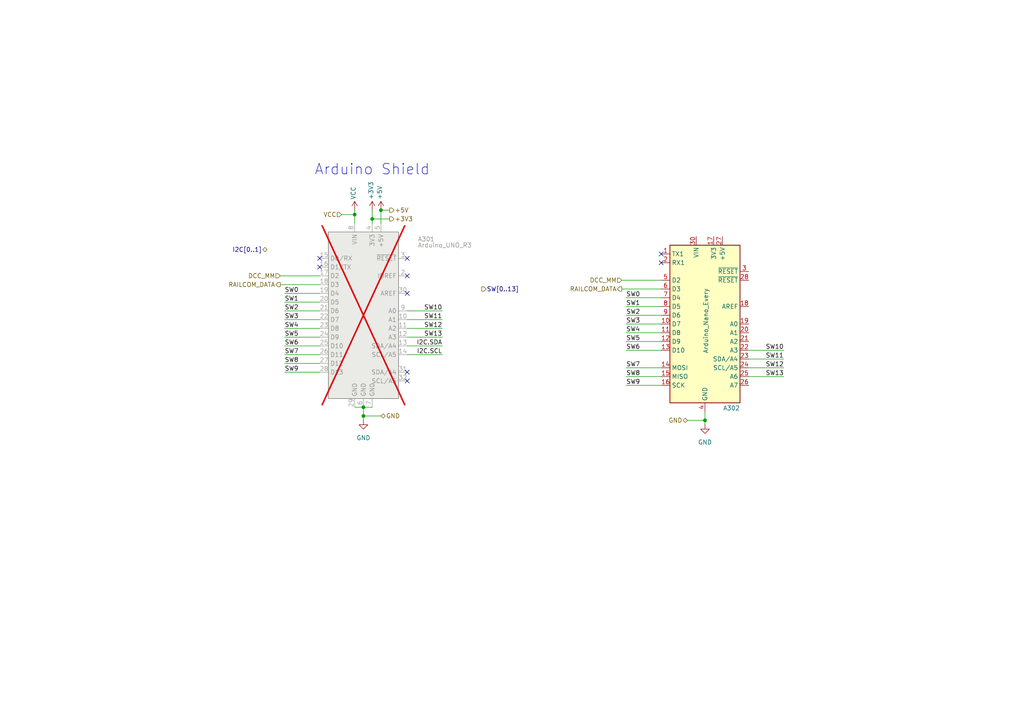
<source format=kicad_sch>
(kicad_sch (version 20231120) (generator "eeschema") (generator_version "7.99")
  (paper "A4")
  (lib_symbols
    (symbol "MCU_Module:Arduino_Nano_Every"
      (property "Reference" "A" (at -10.16 23.495 0))
      (property "Value" "Arduino_Nano_Every" (at 5.08 -24.13 0))
      (symbol "Arduino_Nano_Every_0_1"
        (rectangle (start -10.16 22.86) (end 10.16 -22.86) (stroke (width 0.254)) (fill (type background)))
      )
      (symbol "Arduino_Nano_Every_1_1"
        (pin bidirectional line (at -12.7 20.32 0) (length 2.54) (name "TX1") (number "1"))
        (pin bidirectional line (at -12.7 0 0) (length 2.54) (name "D7") (number "10"))
        (pin bidirectional line (at -12.7 -2.54 0) (length 2.54) (name "D8") (number "11"))
        (pin bidirectional line (at -12.7 -5.08 0) (length 2.54) (name "D9") (number "12"))
        (pin bidirectional line (at -12.7 -7.62 0) (length 2.54) (name "D10") (number "13"))
        (pin bidirectional line (at -12.7 -12.7 0) (length 2.54) (name "MOSI") (number "14"))
        (pin bidirectional line (at -12.7 -15.24 0) (length 2.54) (name "MISO") (number "15"))
        (pin bidirectional line (at -12.7 -17.78 0) (length 2.54) (name "SCK") (number "16"))
        (pin power_out line (at 2.54 25.4 270) (length 2.54) (name "3V3") (number "17"))
        (pin input line (at 12.7 5.08 180) (length 2.54) (name "AREF") (number "18"))
        (pin bidirectional line (at 12.7 0 180) (length 2.54) (name "A0") (number "19"))
        (pin bidirectional line (at -12.7 17.78 0) (length 2.54) (name "RX1") (number "2"))
        (pin bidirectional line (at 12.7 -2.54 180) (length 2.54) (name "A1") (number "20"))
        (pin bidirectional line (at 12.7 -5.08 180) (length 2.54) (name "A2") (number "21"))
        (pin bidirectional line (at 12.7 -7.62 180) (length 2.54) (name "A3") (number "22"))
        (pin bidirectional line (at 12.7 -10.16 180) (length 2.54) (name "SDA/A4") (number "23"))
        (pin bidirectional line (at 12.7 -12.7 180) (length 2.54) (name "SCL/A5") (number "24"))
        (pin bidirectional line (at 12.7 -15.24 180) (length 2.54) (name "A6") (number "25"))
        (pin bidirectional line (at 12.7 -17.78 180) (length 2.54) (name "A7") (number "26"))
        (pin power_out line (at 5.08 25.4 270) (length 2.54) (name "+5V") (number "27"))
        (pin input line (at 12.7 12.7 180) (length 2.54) (name "~{RESET}") (number "28"))
        (pin passive line (at 0 -25.4 90) (length 2.54) hide (name "GND") (number "29"))
        (pin input line (at 12.7 15.24 180) (length 2.54) (name "~{RESET}") (number "3"))
        (pin power_in line (at -2.54 25.4 270) (length 2.54) (name "VIN") (number "30"))
        (pin power_in line (at 0 -25.4 90) (length 2.54) (name "GND") (number "4"))
        (pin bidirectional line (at -12.7 12.7 0) (length 2.54) (name "D2") (number "5"))
        (pin bidirectional line (at -12.7 10.16 0) (length 2.54) (name "D3") (number "6"))
        (pin bidirectional line (at -12.7 7.62 0) (length 2.54) (name "D4") (number "7"))
        (pin bidirectional line (at -12.7 5.08 0) (length 2.54) (name "D5") (number "8"))
        (pin bidirectional line (at -12.7 2.54 0) (length 2.54) (name "D6") (number "9"))
      )
    )
    (symbol "MCU_Module:Arduino_UNO_R3"
      (property "Reference" "A" (at -10.16 23.495 0))
      (property "Value" "Arduino_UNO_R3" (at 5.08 -26.67 0))
      (symbol "Arduino_UNO_R3_0_1"
        (rectangle (start -10.16 22.86) (end 10.16 -25.4) (stroke (width 0.254)) (fill (type background)))
      )
      (symbol "Arduino_UNO_R3_1_1"
        (pin no_connect line (at -10.16 -20.32 0) (length 2.54) hide (name "NC") (number "1"))
        (pin bidirectional line (at 12.7 -2.54 180) (length 2.54) (name "A1") (number "10"))
        (pin bidirectional line (at 12.7 -5.08 180) (length 2.54) (name "A2") (number "11"))
        (pin bidirectional line (at 12.7 -7.62 180) (length 2.54) (name "A3") (number "12"))
        (pin bidirectional line (at 12.7 -10.16 180) (length 2.54) (name "SDA/A4") (number "13"))
        (pin bidirectional line (at 12.7 -12.7 180) (length 2.54) (name "SCL/A5") (number "14"))
        (pin bidirectional line (at -12.7 15.24 0) (length 2.54) (name "D0/RX") (number "15"))
        (pin bidirectional line (at -12.7 12.7 0) (length 2.54) (name "D1/TX") (number "16"))
        (pin bidirectional line (at -12.7 10.16 0) (length 2.54) (name "D2") (number "17"))
        (pin bidirectional line (at -12.7 7.62 0) (length 2.54) (name "D3") (number "18"))
        (pin bidirectional line (at -12.7 5.08 0) (length 2.54) (name "D4") (number "19"))
        (pin output line (at 12.7 10.16 180) (length 2.54) (name "IOREF") (number "2"))
        (pin bidirectional line (at -12.7 2.54 0) (length 2.54) (name "D5") (number "20"))
        (pin bidirectional line (at -12.7 0 0) (length 2.54) (name "D6") (number "21"))
        (pin bidirectional line (at -12.7 -2.54 0) (length 2.54) (name "D7") (number "22"))
        (pin bidirectional line (at -12.7 -5.08 0) (length 2.54) (name "D8") (number "23"))
        (pin bidirectional line (at -12.7 -7.62 0) (length 2.54) (name "D9") (number "24"))
        (pin bidirectional line (at -12.7 -10.16 0) (length 2.54) (name "D10") (number "25"))
        (pin bidirectional line (at -12.7 -12.7 0) (length 2.54) (name "D11") (number "26"))
        (pin bidirectional line (at -12.7 -15.24 0) (length 2.54) (name "D12") (number "27"))
        (pin bidirectional line (at -12.7 -17.78 0) (length 2.54) (name "D13") (number "28"))
        (pin power_in line (at -2.54 -27.94 90) (length 2.54) (name "GND") (number "29"))
        (pin input line (at 12.7 15.24 180) (length 2.54) (name "~{RESET}") (number "3"))
        (pin input line (at 12.7 5.08 180) (length 2.54) (name "AREF") (number "30"))
        (pin bidirectional line (at 12.7 -17.78 180) (length 2.54) (name "SDA/A4") (number "31"))
        (pin bidirectional line (at 12.7 -20.32 180) (length 2.54) (name "SCL/A5") (number "32"))
        (pin power_out line (at 2.54 25.4 270) (length 2.54) (name "3V3") (number "4"))
        (pin power_out line (at 5.08 25.4 270) (length 2.54) (name "+5V") (number "5"))
        (pin power_in line (at 0 -27.94 90) (length 2.54) (name "GND") (number "6"))
        (pin power_in line (at 2.54 -27.94 90) (length 2.54) (name "GND") (number "7"))
        (pin power_in line (at -2.54 25.4 270) (length 2.54) (name "VIN") (number "8"))
        (pin bidirectional line (at 12.7 0 180) (length 2.54) (name "A0") (number "9"))
      )
    )
    (symbol "power:+5V" (power) (pin_names (offset 0))
      (property "Value" "+5V" (at 0 3.556 0))
      (symbol "+5V_0_1"
        (polyline (pts (xy -0.762 1.27) (xy 0 2.54)))
        (polyline (pts (xy 0 0) (xy 0 2.54)))
        (polyline (pts (xy 0 2.54) (xy 0.762 1.27)))
      )
      (symbol "+5V_1_1"
        (pin power_in line (at 0 0 90) (length 0) hide (name "+5V") (number "1"))
      )
    )
    (symbol "power:GND" (power) (pin_names (offset 0))
      (property "Value" "GND" (at 0 -3.81 0))
      (symbol "GND_0_1"
        (polyline (pts (xy 0 0) (xy 0 -1.27) (xy 1.27 -1.27) (xy 0 -2.54) (xy -1.27 -1.27) (xy 0 -1.27)))
      )
      (symbol "GND_1_1"
        (pin power_in line (at 0 0 270) (length 0) hide (name "GND") (number "1"))
      )
    )
    (symbol "power:VCC" (power) (pin_names (offset 0))
      (property "Value" "VCC" (at 0 3.81 0))
      (symbol "VCC_0_1"
        (polyline (pts (xy -0.762 1.27) (xy 0 2.54)))
        (polyline (pts (xy 0 0) (xy 0 2.54)))
        (polyline (pts (xy 0 2.54) (xy 0.762 1.27)))
      )
      (symbol "VCC_1_1"
        (pin power_in line (at 0 0 90) (length 0) hide (name "VCC") (number "1"))
      )
    )
  )
  (junction (at 105.41 118.11))
  (junction (at 107.95 63.5))
  (junction (at 204.47 121.92))
  (junction (at 105.41 120.65))
  (junction (at 102.87 62.23))
  (junction (at 110.49 60.96))
  (no_connect (at 118.11 80.01))
  (no_connect (at 118.11 107.95))
  (no_connect (at 92.71 74.93))
  (no_connect (at 118.11 74.93))
  (no_connect (at 118.11 110.49))
  (no_connect (at 191.77 73.66))
  (no_connect (at 92.71 77.47))
  (no_connect (at 191.77 76.2))
  (no_connect (at 118.11 85.09))
  (wire (pts (xy 82.55 95.25) (xy 92.71 95.25)))
  (wire (pts (xy 191.77 101.6) (xy 181.61 101.6)))
  (wire (pts (xy 199.39 121.92) (xy 204.47 121.92)))
  (wire (pts (xy 107.95 63.5) (xy 107.95 64.77)))
  (wire (pts (xy 118.11 95.25) (xy 128.27 95.25)))
  (wire (pts (xy 181.61 109.22) (xy 191.77 109.22)))
  (wire (pts (xy 82.55 92.71) (xy 92.71 92.71)))
  (wire (pts (xy 181.61 91.44) (xy 191.77 91.44)))
  (wire (pts (xy 110.49 60.96) (xy 113.03 60.96)))
  (wire (pts (xy 217.17 109.22) (xy 227.33 109.22)))
  (wire (pts (xy 105.41 120.65) (xy 105.41 118.11)))
  (wire (pts (xy 82.55 85.09) (xy 92.71 85.09)))
  (wire (pts (xy 102.87 60.96) (xy 102.87 62.23)))
  (wire (pts (xy 217.17 106.68) (xy 227.33 106.68)))
  (wire (pts (xy 181.61 96.52) (xy 191.77 96.52)))
  (wire (pts (xy 217.17 101.6) (xy 227.33 101.6)))
  (wire (pts (xy 180.34 81.28) (xy 191.77 81.28)))
  (wire (pts (xy 102.87 118.11) (xy 105.41 118.11)))
  (wire (pts (xy 102.87 62.23) (xy 102.87 64.77)))
  (wire (pts (xy 204.47 121.92) (xy 204.47 119.38)))
  (wire (pts (xy 110.49 120.65) (xy 105.41 120.65)))
  (wire (pts (xy 81.28 82.55) (xy 92.71 82.55)))
  (wire (pts (xy 110.49 60.96) (xy 110.49 64.77)))
  (wire (pts (xy 181.61 111.76) (xy 191.77 111.76)))
  (wire (pts (xy 128.27 97.79) (xy 118.11 97.79)))
  (wire (pts (xy 181.61 106.68) (xy 191.77 106.68)))
  (wire (pts (xy 82.55 97.79) (xy 92.71 97.79)))
  (wire (pts (xy 82.55 90.17) (xy 92.71 90.17)))
  (wire (pts (xy 105.41 118.11) (xy 107.95 118.11)))
  (wire (pts (xy 99.06 62.23) (xy 102.87 62.23)))
  (wire (pts (xy 181.61 99.06) (xy 191.77 99.06)))
  (wire (pts (xy 105.41 121.92) (xy 105.41 120.65)))
  (wire (pts (xy 181.61 88.9) (xy 191.77 88.9)))
  (wire (pts (xy 82.55 100.33) (xy 92.71 100.33)))
  (wire (pts (xy 118.11 100.33) (xy 128.27 100.33)))
  (wire (pts (xy 82.55 107.95) (xy 92.71 107.95)))
  (wire (pts (xy 204.47 123.19) (xy 204.47 121.92)))
  (wire (pts (xy 180.34 83.82) (xy 191.77 83.82)))
  (wire (pts (xy 181.61 93.98) (xy 191.77 93.98)))
  (wire (pts (xy 107.95 63.5) (xy 113.03 63.5)))
  (wire (pts (xy 81.28 80.01) (xy 92.71 80.01)))
  (wire (pts (xy 107.95 60.96) (xy 107.95 63.5)))
  (wire (pts (xy 118.11 90.17) (xy 128.27 90.17)))
  (wire (pts (xy 118.11 92.71) (xy 128.27 92.71)))
  (wire (pts (xy 82.55 105.41) (xy 92.71 105.41)))
  (wire (pts (xy 118.11 102.87) (xy 128.27 102.87)))
  (wire (pts (xy 82.55 102.87) (xy 92.71 102.87)))
  (wire (pts (xy 82.55 87.63) (xy 92.71 87.63)))
  (wire (pts (xy 181.61 86.36) (xy 191.77 86.36)))
  (wire (pts (xy 217.17 104.14) (xy 227.33 104.14)))
  (text "Arduino Shield" (at 107.95 49.276 0) (effects (font (size 3.048 3.048))))
  (label "SW9" (at 181.61 111.76 0))
  (label "SW4" (at 82.55 95.25 0))
  (label "SW0" (at 181.61 86.36 0))
  (label "I2C.SCL" (at 128.27 102.87 180))
  (label "SW7" (at 82.55 102.87 0))
  (label "SW3" (at 82.55 92.71 0))
  (label "SW1" (at 82.55 87.63 0))
  (label "SW6" (at 82.55 100.33 0))
  (label "SW0" (at 82.55 85.09 0))
  (label "SW13" (at 227.33 109.22 180))
  (label "SW8" (at 181.61 109.22 0))
  (label "SW13" (at 128.27 97.79 180))
  (label "SW12" (at 227.33 106.68 180))
  (label "SW8" (at 82.55 105.41 0))
  (label "SW5" (at 181.61 99.06 0))
  (label "SW12" (at 128.27 95.25 180))
  (label "SW7" (at 181.61 106.68 0))
  (label "SW5" (at 82.55 97.79 0))
  (label "SW9" (at 82.55 107.95 0))
  (label "SW2" (at 181.61 91.44 0))
  (label "I2C.SDA" (at 128.27 100.33 180))
  (label "SW10" (at 227.33 101.6 180))
  (label "SW1" (at 181.61 88.9 0))
  (label "SW11" (at 227.33 104.14 180))
  (label "SW6" (at 181.61 101.6 0))
  (label "SW10" (at 128.27 90.17 180))
  (label "SW11" (at 128.27 92.71 180))
  (label "SW3" (at 181.61 93.98 0))
  (label "SW4" (at 181.61 96.52 0))
  (label "SW2" (at 82.55 90.17 0))
  (hierarchical_label "SW[0..13]" (shape output) (at 139.7 83.82 0))
  (hierarchical_label "+5V" (shape output) (at 113.03 60.96 0))
  (hierarchical_label "I2C[0..1]" (shape bidirectional) (at 77.47 72.39 180))
  (hierarchical_label "GND" (shape bidirectional) (at 199.39 121.92 180))
  (hierarchical_label "DCC_MM" (shape input) (at 81.28 80.01 180))
  (hierarchical_label "DCC_MM" (shape input) (at 180.34 81.28 180))
  (hierarchical_label "GND" (shape bidirectional) (at 110.49 120.65 0))
  (hierarchical_label "RAILCOM_DATA" (shape output) (at 81.28 82.55 180))
  (hierarchical_label "RAILCOM_DATA" (shape output) (at 180.34 83.82 180))
  (hierarchical_label "+3V3" (shape output) (at 113.03 63.5 0))
  (hierarchical_label "VCC" (shape input) (at 99.06 62.23 180))
  (symbol (lib_id "MCU_Module:Arduino_Nano_Every") (at 204.47 93.98 0) (unit 1)
    (property "Reference" "A302" (at 214.63 118.364 0) (effects (justify right)))
    (property "Value" "Arduino_Nano_Every" (at 204.724 83.566 90) (effects (justify right)))
    (property "Footprint" "Module:Arduino_Nano" (effects (hide yes)))
    (property "Datasheet" "https://content.arduino.cc/assets/NANOEveryV3.0_sch.pdf" (effects (hide yes)))
    (property "Description" "Arduino Nano Every" (effects (hide yes)))
  )
  (symbol (lib_id "power:GND") (at 204.47 123.19 0) (mirror y) (unit 1)
    (property "Reference" "#PWR0310" (effects (hide yes)))
    (property "Value" "GND" (at 204.47 128.27 0))
    (property "Description" "Power symbol creates a global label with name \"GND\" , ground" (effects (hide yes)))
  )
  (symbol (lib_id "power:+5V") (at 110.49 60.96 0) (mirror y) (unit 1)
    (property "Reference" "#PWR0309" (effects (hide yes)))
    (property "Value" "+5V" (at 110.1344 57.912 90) (effects (justify left)))
    (property "Description" "Power symbol creates a global label with name \"+5V\"" (effects (hide yes)))
  )
  (symbol (lib_id "power:VCC") (at 102.87 60.96 0) (mirror y) (unit 1)
    (property "Reference" "#PWR0306" (effects (hide yes)))
    (property "Value" "VCC" (at 102.489 57.912 90) (effects (justify left)))
    (property "Description" "Power symbol creates a global label with name \"VCC\"" (effects (hide yes)))
  )
  (symbol (lib_id "power:GND") (at 105.41 121.92 0) (unit 1)
    (property "Reference" "#PWR0307" (effects (hide yes)))
    (property "Value" "GND" (at 105.41 127 0))
    (property "Description" "Power symbol creates a global label with name \"GND\" , ground" (effects (hide yes)))
  )
  (symbol (lib_id "power:+5V") (at 107.95 60.96 0) (mirror y) (unit 1)
    (property "Reference" "#PWR0308" (effects (hide yes)))
    (property "Value" "+3V3" (at 107.5944 57.912 90) (effects (justify left)))
    (property "Description" "Power symbol creates a global label with name \"+5V\"" (effects (hide yes)))
  )
  (symbol (lib_id "MCU_Module:Arduino_UNO_R3") (at 105.41 90.17 0) (unit 1) (exclude_from_sim yes) (in_bom no) (on_board no) (dnp yes)
    (property "Reference" "A301" (at 121.158 69.342 0) (effects (justify left)))
    (property "Value" "Arduino_UNO_R3" (at 121.158 71.12 0) (effects (justify left)))
    (property "Footprint" "Module:Arduino_UNO_R3" (effects (hide yes)))
    (property "Datasheet" "https://www.arduino.cc/en/Main/arduinoBoardUno" (effects (hide yes)))
    (property "Description" "Arduino UNO Microcontroller Module, release 3" (effects (hide yes)))
  )
)
</source>
